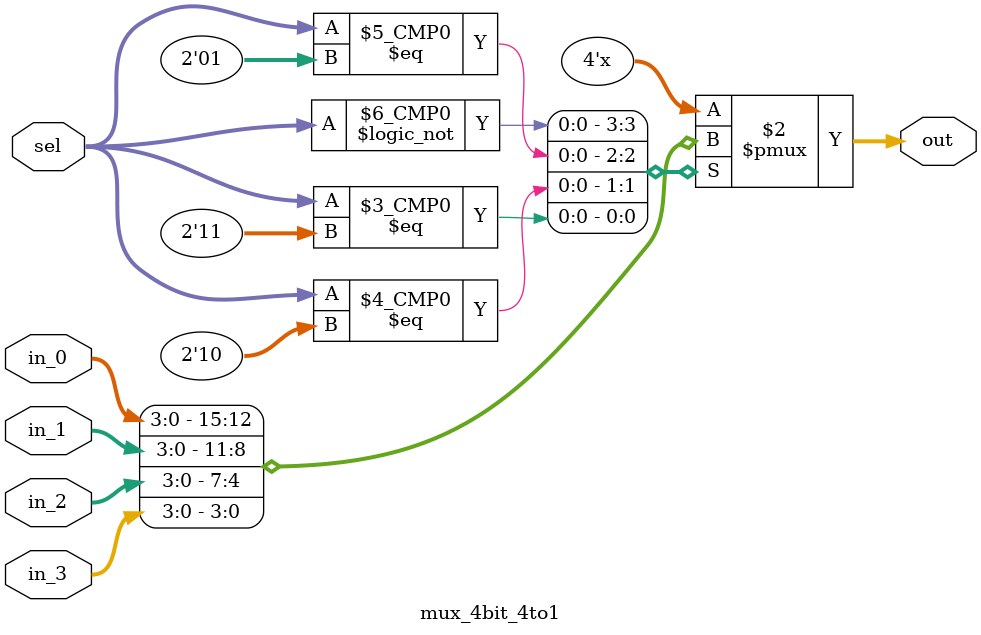
<source format=v>
/*CS 552 project 4 to 1 mux (4 bit)*/
module mux_4bit_4to1(sel, in_0, in_1, in_2, in_3, out);
	input [1:0] sel;
	input [3:0] in_0;
	input [3:0] in_1;
	input [3:0] in_2;
	input [3:0] in_3;

	output reg [3:0] out;
	always @ (sel or in_0 or in_1 or in_2 or in_3) begin
		case(sel)
			2'b00: out <= in_0;
			2'b01: out <= in_1;
			2'b10: out <= in_2;
			2'b11: out <= in_3;
		endcase
	end
endmodule 

</source>
